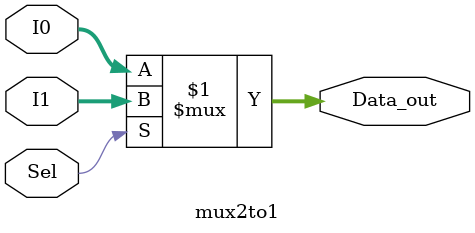
<source format=v>
/* Multiplexor 4x1 with behavioral architecture */
module mux2to1#(parameter WIDTH=5)(I0, I1, Sel, Data_out);

   input [WIDTH-1:0] I0;
   input [WIDTH-1:0] I1;
   input Sel;
   output [WIDTH-1:0] Data_out;

assign Data_out=(Sel)? I1:I0;	
	
endmodule

</source>
